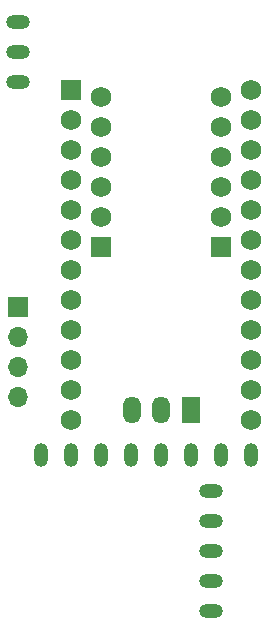
<source format=gbr>
%TF.GenerationSoftware,KiCad,Pcbnew,8.0.6*%
%TF.CreationDate,2025-05-20T21:52:47-05:00*%
%TF.ProjectId,HatRatV2,48617452-6174-4563-922e-6b696361645f,rev?*%
%TF.SameCoordinates,Original*%
%TF.FileFunction,Soldermask,Top*%
%TF.FilePolarity,Negative*%
%FSLAX46Y46*%
G04 Gerber Fmt 4.6, Leading zero omitted, Abs format (unit mm)*
G04 Created by KiCad (PCBNEW 8.0.6) date 2025-05-20 21:52:47*
%MOMM*%
%LPD*%
G01*
G04 APERTURE LIST*
G04 Aperture macros list*
%AMRoundRect*
0 Rectangle with rounded corners*
0 $1 Rounding radius*
0 $2 $3 $4 $5 $6 $7 $8 $9 X,Y pos of 4 corners*
0 Add a 4 corners polygon primitive as box body*
4,1,4,$2,$3,$4,$5,$6,$7,$8,$9,$2,$3,0*
0 Add four circle primitives for the rounded corners*
1,1,$1+$1,$2,$3*
1,1,$1+$1,$4,$5*
1,1,$1+$1,$6,$7*
1,1,$1+$1,$8,$9*
0 Add four rect primitives between the rounded corners*
20,1,$1+$1,$2,$3,$4,$5,0*
20,1,$1+$1,$4,$5,$6,$7,0*
20,1,$1+$1,$6,$7,$8,$9,0*
20,1,$1+$1,$8,$9,$2,$3,0*%
G04 Aperture macros list end*
%ADD10O,2.000000X1.200000*%
%ADD11O,1.200000X2.000000*%
%ADD12R,1.752600X1.752600*%
%ADD13C,1.752600*%
%ADD14C,1.728000*%
%ADD15RoundRect,0.102000X0.762000X0.762000X-0.762000X0.762000X-0.762000X-0.762000X0.762000X-0.762000X0*%
%ADD16R,1.500000X2.300000*%
%ADD17O,1.500000X2.300000*%
%ADD18R,1.700000X1.700000*%
%ADD19O,1.700000X1.700000*%
G04 APERTURE END LIST*
D10*
%TO.C,SW1*%
X200660000Y-36830000D03*
X200660000Y-34290000D03*
X200660000Y-31750000D03*
%TD*%
D11*
%TO.C,MPU1*%
X220345000Y-68430000D03*
X217805000Y-68430000D03*
X215265000Y-68430000D03*
X212725000Y-68430000D03*
X210185000Y-68430000D03*
X207645000Y-68430000D03*
X205105000Y-68430000D03*
X202565000Y-68430000D03*
%TD*%
D10*
%TO.C,QMC5883L1*%
X216955000Y-71425000D03*
X216955000Y-73965000D03*
X216955000Y-76505000D03*
X216955000Y-79045000D03*
X216955000Y-81585000D03*
%TD*%
D12*
%TO.C,U1*%
X205105000Y-37465000D03*
D13*
X205105000Y-40005000D03*
X205105000Y-42545000D03*
X205105000Y-45085000D03*
X205105000Y-47625000D03*
X205105000Y-50165000D03*
X205105000Y-52705000D03*
X205105000Y-55245000D03*
X205105000Y-57785000D03*
X205105000Y-60325000D03*
X205105000Y-62865000D03*
X205105000Y-65405000D03*
X220345000Y-65405000D03*
X220345000Y-62865000D03*
X220345000Y-60325000D03*
X220345000Y-57785000D03*
X220345000Y-55245000D03*
X220345000Y-52705000D03*
X220345000Y-50165000D03*
X220345000Y-47625000D03*
X220345000Y-45085000D03*
X220345000Y-42545000D03*
X220345000Y-40005000D03*
X220345000Y-37465000D03*
%TD*%
D14*
%TO.C,U3*%
X207645000Y-43180000D03*
X217805000Y-43180000D03*
X207645000Y-45720000D03*
D15*
X207645000Y-50800000D03*
D14*
X207645000Y-48260000D03*
X207645000Y-40640000D03*
X207645000Y-38100000D03*
X217805000Y-45720000D03*
D15*
X217805000Y-50800000D03*
D14*
X217805000Y-48260000D03*
X217805000Y-40640000D03*
X217805000Y-38100000D03*
%TD*%
D16*
%TO.C,U2*%
X215275000Y-64590000D03*
D17*
X212775000Y-64590000D03*
X210275000Y-64540000D03*
%TD*%
D18*
%TO.C,J1*%
X200660000Y-55880000D03*
D19*
X200660000Y-58420000D03*
X200660000Y-60960000D03*
X200660000Y-63500000D03*
%TD*%
M02*

</source>
